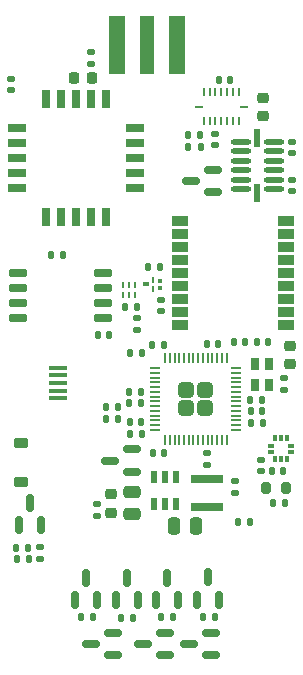
<source format=gbr>
%TF.GenerationSoftware,KiCad,Pcbnew,8.0.0*%
%TF.CreationDate,2024-03-22T17:22:37-07:00*%
%TF.ProjectId,lyrav3r1,6c797261-7633-4723-912e-6b696361645f,rev?*%
%TF.SameCoordinates,Original*%
%TF.FileFunction,Paste,Bot*%
%TF.FilePolarity,Positive*%
%FSLAX46Y46*%
G04 Gerber Fmt 4.6, Leading zero omitted, Abs format (unit mm)*
G04 Created by KiCad (PCBNEW 8.0.0) date 2024-03-22 17:22:37*
%MOMM*%
%LPD*%
G01*
G04 APERTURE LIST*
G04 Aperture macros list*
%AMRoundRect*
0 Rectangle with rounded corners*
0 $1 Rounding radius*
0 $2 $3 $4 $5 $6 $7 $8 $9 X,Y pos of 4 corners*
0 Add a 4 corners polygon primitive as box body*
4,1,4,$2,$3,$4,$5,$6,$7,$8,$9,$2,$3,0*
0 Add four circle primitives for the rounded corners*
1,1,$1+$1,$2,$3*
1,1,$1+$1,$4,$5*
1,1,$1+$1,$6,$7*
1,1,$1+$1,$8,$9*
0 Add four rect primitives between the rounded corners*
20,1,$1+$1,$2,$3,$4,$5,0*
20,1,$1+$1,$4,$5,$6,$7,0*
20,1,$1+$1,$6,$7,$8,$9,0*
20,1,$1+$1,$8,$9,$2,$3,0*%
G04 Aperture macros list end*
%ADD10R,1.200000X5.000000*%
%ADD11R,1.400000X5.000000*%
%ADD12RoundRect,0.135000X0.135000X0.185000X-0.135000X0.185000X-0.135000X-0.185000X0.135000X-0.185000X0*%
%ADD13RoundRect,0.140000X-0.170000X0.140000X-0.170000X-0.140000X0.170000X-0.140000X0.170000X0.140000X0*%
%ADD14RoundRect,0.225000X-0.225000X-0.250000X0.225000X-0.250000X0.225000X0.250000X-0.225000X0.250000X0*%
%ADD15RoundRect,0.140000X0.170000X-0.140000X0.170000X0.140000X-0.170000X0.140000X-0.170000X-0.140000X0*%
%ADD16RoundRect,0.140000X0.140000X0.170000X-0.140000X0.170000X-0.140000X-0.170000X0.140000X-0.170000X0*%
%ADD17RoundRect,0.135000X-0.135000X-0.185000X0.135000X-0.185000X0.135000X0.185000X-0.135000X0.185000X0*%
%ADD18RoundRect,0.140000X-0.140000X-0.170000X0.140000X-0.170000X0.140000X0.170000X-0.140000X0.170000X0*%
%ADD19RoundRect,0.150000X0.587500X0.150000X-0.587500X0.150000X-0.587500X-0.150000X0.587500X-0.150000X0*%
%ADD20RoundRect,0.225000X-0.250000X0.225000X-0.250000X-0.225000X0.250000X-0.225000X0.250000X0.225000X0*%
%ADD21RoundRect,0.225000X0.375000X-0.225000X0.375000X0.225000X-0.375000X0.225000X-0.375000X-0.225000X0*%
%ADD22RoundRect,0.147500X-0.147500X-0.172500X0.147500X-0.172500X0.147500X0.172500X-0.147500X0.172500X0*%
%ADD23RoundRect,0.135000X-0.185000X0.135000X-0.185000X-0.135000X0.185000X-0.135000X0.185000X0.135000X0*%
%ADD24RoundRect,0.250000X0.250000X0.475000X-0.250000X0.475000X-0.250000X-0.475000X0.250000X-0.475000X0*%
%ADD25RoundRect,0.150000X0.150000X-0.587500X0.150000X0.587500X-0.150000X0.587500X-0.150000X-0.587500X0*%
%ADD26R,0.500000X0.300000*%
%ADD27R,0.300000X0.500000*%
%ADD28RoundRect,0.150000X-0.650000X-0.150000X0.650000X-0.150000X0.650000X0.150000X-0.650000X0.150000X0*%
%ADD29R,0.800000X1.500000*%
%ADD30R,1.500000X0.800000*%
%ADD31R,0.800000X1.000000*%
%ADD32RoundRect,0.249999X-0.395001X0.395001X-0.395001X-0.395001X0.395001X-0.395001X0.395001X0.395001X0*%
%ADD33RoundRect,0.050000X-0.050000X0.387500X-0.050000X-0.387500X0.050000X-0.387500X0.050000X0.387500X0*%
%ADD34RoundRect,0.050000X-0.387500X0.050000X-0.387500X-0.050000X0.387500X-0.050000X0.387500X0.050000X0*%
%ADD35RoundRect,0.200000X-0.200000X-0.275000X0.200000X-0.275000X0.200000X0.275000X-0.200000X0.275000X0*%
%ADD36R,2.700000X0.800000*%
%ADD37R,0.530000X1.070000*%
%ADD38RoundRect,0.147500X0.147500X0.172500X-0.147500X0.172500X-0.147500X-0.172500X0.147500X-0.172500X0*%
%ADD39R,0.250000X0.800000*%
%ADD40R,0.800000X0.250000*%
%ADD41RoundRect,0.250000X-0.475000X0.250000X-0.475000X-0.250000X0.475000X-0.250000X0.475000X0.250000X0*%
%ADD42R,0.280000X0.580000*%
%ADD43R,1.600000X0.400000*%
%ADD44O,1.770000X0.450000*%
%ADD45R,0.600000X1.550000*%
%ADD46R,0.500000X0.320000*%
%ADD47R,0.250000X0.520000*%
%ADD48R,0.420000X0.320000*%
%ADD49R,1.450000X0.850000*%
G04 APERTURE END LIST*
D10*
%TO.C,AE3*%
X12150000Y52365000D03*
D11*
X14700000Y52365000D03*
X9600000Y52365000D03*
%TD*%
D12*
%TO.C,R2*%
X2076000Y9805000D03*
X1056000Y9805000D03*
%TD*%
D13*
%TO.C,C29*%
X7385200Y51737800D03*
X7385200Y50777800D03*
%TD*%
D14*
%TO.C,C11*%
X5908800Y49581400D03*
X7458800Y49581400D03*
%TD*%
D15*
%TO.C,C10*%
X600800Y48542600D03*
X600800Y49502600D03*
%TD*%
D13*
%TO.C,C8*%
X7862600Y13485400D03*
X7862600Y12525400D03*
%TD*%
D12*
%TO.C,R18*%
X9672600Y20727000D03*
X8652600Y20727000D03*
%TD*%
D16*
%TO.C,C3*%
X2096800Y8814400D03*
X1136800Y8814400D03*
%TD*%
%TO.C,C18*%
X11647200Y20422200D03*
X10687200Y20422200D03*
%TD*%
D12*
%TO.C,R28*%
X11679200Y26289600D03*
X10659200Y26289600D03*
%TD*%
%TO.C,R13*%
X16653600Y44704600D03*
X15633600Y44704600D03*
%TD*%
D17*
%TO.C,R3*%
X19854000Y11989400D03*
X20874000Y11989400D03*
%TD*%
D18*
%TO.C,C24*%
X17217600Y27026200D03*
X18177600Y27026200D03*
%TD*%
D13*
%TO.C,C1*%
X17923600Y44829000D03*
X17923600Y43869000D03*
%TD*%
D18*
%TO.C,C12*%
X22701400Y16332800D03*
X23661400Y16332800D03*
%TD*%
D17*
%TO.C,R15*%
X8678000Y21717600D03*
X9698000Y21717600D03*
%TD*%
D12*
%TO.C,R16*%
X16655600Y43688600D03*
X15635600Y43688600D03*
%TD*%
D18*
%TO.C,C28*%
X12239200Y33528600D03*
X13199200Y33528600D03*
%TD*%
%TO.C,C21*%
X20875200Y22301800D03*
X21835200Y22301800D03*
%TD*%
D12*
%TO.C,R1*%
X21936800Y20371400D03*
X20916800Y20371400D03*
%TD*%
D13*
%TO.C,C4*%
X21759000Y17247200D03*
X21759000Y16287200D03*
%TD*%
D16*
%TO.C,C14*%
X20463600Y27204000D03*
X19503600Y27204000D03*
%TD*%
%TO.C,C17*%
X11599000Y22987600D03*
X10639000Y22987600D03*
%TD*%
%TO.C,C2*%
X19165600Y49378200D03*
X18205600Y49378200D03*
%TD*%
D18*
%TO.C,C16*%
X20898000Y21336600D03*
X21858000Y21336600D03*
%TD*%
D19*
%TO.C,Q11*%
X17743500Y41800000D03*
X17743500Y39900000D03*
X15868500Y40850000D03*
%TD*%
D20*
%TO.C,C34*%
X24210400Y26912200D03*
X24210400Y25362200D03*
%TD*%
%TO.C,C7*%
X9097400Y14313800D03*
X9097400Y12763800D03*
%TD*%
D13*
%TO.C,C13*%
X23737600Y24153400D03*
X23737600Y23193400D03*
%TD*%
D21*
%TO.C,D1*%
X1422500Y15397500D03*
X1422500Y18697500D03*
%TD*%
D16*
%TO.C,C25*%
X13529400Y27000800D03*
X12569400Y27000800D03*
%TD*%
%TO.C,C19*%
X11675200Y19457000D03*
X10715200Y19457000D03*
%TD*%
D13*
%TO.C,C50*%
X24426000Y44168600D03*
X24426000Y43208600D03*
%TD*%
D16*
%TO.C,C26*%
X11596400Y22022400D03*
X10636400Y22022400D03*
%TD*%
D15*
%TO.C,C32*%
X24426000Y40008200D03*
X24426000Y40968200D03*
%TD*%
D20*
%TO.C,C20*%
X21965200Y47867200D03*
X21965200Y46317200D03*
%TD*%
D13*
%TO.C,C22*%
X17237800Y17803400D03*
X17237800Y16843400D03*
%TD*%
D22*
%TO.C,L1*%
X21401000Y27178600D03*
X22371000Y27178600D03*
%TD*%
D16*
%TO.C,C27*%
X8904000Y27788200D03*
X7944000Y27788200D03*
%TD*%
D12*
%TO.C,R14*%
X5022400Y34570000D03*
X4002400Y34570000D03*
%TD*%
D23*
%TO.C,R4*%
X3090000Y9832400D03*
X3090000Y8812400D03*
%TD*%
D24*
%TO.C,C9*%
X16282800Y11633800D03*
X14382800Y11633800D03*
%TD*%
D25*
%TO.C,Q4*%
X18238600Y5406200D03*
X16338600Y5406200D03*
X17288600Y7281200D03*
%TD*%
D19*
%TO.C,Q1*%
X10834700Y18121000D03*
X10834700Y16221000D03*
X8959700Y17171000D03*
%TD*%
D25*
%TO.C,Q9*%
X7928400Y5385400D03*
X6028400Y5385400D03*
X6978400Y7260400D03*
%TD*%
D26*
%TO.C,U3*%
X22590800Y17937000D03*
X22590800Y18437000D03*
D27*
X22960800Y19057000D03*
X23460800Y19057000D03*
X23960800Y19057000D03*
D26*
X24330800Y18437000D03*
X24330800Y17937000D03*
D27*
X23960800Y17317000D03*
X23460800Y17317000D03*
X22960800Y17317000D03*
%TD*%
D28*
%TO.C,U9*%
X1217200Y29236000D03*
X1217200Y30506000D03*
X1217200Y31776000D03*
X1217200Y33046000D03*
X8417200Y33046000D03*
X8417200Y31776000D03*
X8417200Y30506000D03*
X8417200Y29236000D03*
%TD*%
D19*
%TO.C,Q3*%
X13643900Y2585700D03*
X13643900Y685700D03*
X11768900Y1635700D03*
%TD*%
D15*
%TO.C,C6*%
X19600000Y14455800D03*
X19600000Y15415800D03*
%TD*%
D13*
%TO.C,C33*%
X13351600Y30808200D03*
X13351600Y29848200D03*
%TD*%
D29*
%TO.C,U1*%
X3547200Y47803400D03*
X4817200Y47803400D03*
X6087200Y47803400D03*
X7357200Y47803400D03*
X8627200Y47803400D03*
D30*
X11087200Y45343400D03*
X11087200Y44073400D03*
X11087200Y42803400D03*
X11087200Y41533400D03*
X11087200Y40263400D03*
D29*
X8627200Y37803400D03*
X7357200Y37803400D03*
X6087200Y37803400D03*
X4817200Y37803400D03*
X3547200Y37803400D03*
D30*
X1087200Y40263400D03*
X1087200Y41533400D03*
X1087200Y42803400D03*
X1087200Y44073400D03*
X1087200Y45343400D03*
%TD*%
D25*
%TO.C,Q5*%
X11370400Y5385400D03*
X9470400Y5385400D03*
X10420400Y7260400D03*
%TD*%
D17*
%TO.C,R17*%
X16844600Y3933000D03*
X17864600Y3933000D03*
%TD*%
D16*
%TO.C,C23*%
X13577600Y17780600D03*
X12617600Y17780600D03*
%TD*%
D31*
%TO.C,X2*%
X22435200Y25386200D03*
X22435200Y23586200D03*
X21235200Y23586200D03*
X21235200Y25386200D03*
%TD*%
D15*
%TO.C,C15*%
X11268800Y28273400D03*
X11268800Y29233400D03*
%TD*%
D32*
%TO.C,U8*%
X17060000Y23190600D03*
X15460000Y23190600D03*
X17060000Y21590600D03*
X15460000Y21590600D03*
D33*
X13660000Y25828100D03*
X14060000Y25828100D03*
X14460000Y25828100D03*
X14860000Y25828100D03*
X15260000Y25828100D03*
X15660000Y25828100D03*
X16060000Y25828100D03*
X16460000Y25828100D03*
X16860000Y25828100D03*
X17260000Y25828100D03*
X17660000Y25828100D03*
X18060000Y25828100D03*
X18460000Y25828100D03*
X18860000Y25828100D03*
D34*
X19697500Y24990600D03*
X19697500Y24590600D03*
X19697500Y24190600D03*
X19697500Y23790600D03*
X19697500Y23390600D03*
X19697500Y22990600D03*
X19697500Y22590600D03*
X19697500Y22190600D03*
X19697500Y21790600D03*
X19697500Y21390600D03*
X19697500Y20990600D03*
X19697500Y20590600D03*
X19697500Y20190600D03*
X19697500Y19790600D03*
D33*
X18860000Y18953100D03*
X18460000Y18953100D03*
X18060000Y18953100D03*
X17660000Y18953100D03*
X17260000Y18953100D03*
X16860000Y18953100D03*
X16460000Y18953100D03*
X16060000Y18953100D03*
X15660000Y18953100D03*
X15260000Y18953100D03*
X14860000Y18953100D03*
X14460000Y18953100D03*
X14060000Y18953100D03*
X13660000Y18953100D03*
D34*
X12822500Y19790600D03*
X12822500Y20190600D03*
X12822500Y20590600D03*
X12822500Y20990600D03*
X12822500Y21390600D03*
X12822500Y21790600D03*
X12822500Y22190600D03*
X12822500Y22590600D03*
X12822500Y22990600D03*
X12822500Y23390600D03*
X12822500Y23790600D03*
X12822500Y24190600D03*
X12822500Y24590600D03*
X12822500Y24990600D03*
%TD*%
D35*
%TO.C,R7*%
X22229400Y14859600D03*
X23879400Y14859600D03*
%TD*%
D36*
%TO.C,L2*%
X17212400Y15577800D03*
X17212400Y13277800D03*
%TD*%
D37*
%TO.C,U10*%
X14606400Y13481000D03*
X13656400Y13481000D03*
X12706400Y13481000D03*
X12706400Y15781000D03*
X13656400Y15781000D03*
X14606400Y15781000D03*
%TD*%
D17*
%TO.C,R10*%
X13339400Y3907600D03*
X14359400Y3907600D03*
%TD*%
D25*
%TO.C,Q8*%
X3156800Y11736800D03*
X1256800Y11736800D03*
X2206800Y13611800D03*
%TD*%
%TO.C,Q2*%
X14762700Y5383100D03*
X12862700Y5383100D03*
X13812700Y7258100D03*
%TD*%
D38*
%TO.C,L4*%
X11245800Y30175800D03*
X10275800Y30175800D03*
%TD*%
D39*
%TO.C,U2*%
X19920900Y48343700D03*
X19420900Y48343700D03*
X18920900Y48343700D03*
X18420900Y48343700D03*
X17920900Y48343700D03*
X17420900Y48343700D03*
X16920900Y48343700D03*
D40*
X16510900Y47143700D03*
D39*
X16920900Y45943700D03*
X17420900Y45943700D03*
X17920900Y45943700D03*
X18420900Y45943700D03*
X18920900Y45943700D03*
X19420900Y45943700D03*
X19920900Y45943700D03*
D40*
X20330900Y47143700D03*
%TD*%
D41*
%TO.C,C5*%
X10862400Y14514200D03*
X10862400Y12614200D03*
%TD*%
D17*
%TO.C,R12*%
X6506800Y3907600D03*
X7526800Y3907600D03*
%TD*%
D42*
%TO.C,U7*%
X11116400Y31215400D03*
X10616400Y31215400D03*
X10116400Y31215400D03*
X10116400Y32055400D03*
X10616400Y32055400D03*
X11116400Y32055400D03*
%TD*%
D12*
%TO.C,R8*%
X23793000Y13589600D03*
X22773000Y13589600D03*
%TD*%
D43*
%TO.C,J7*%
X4578900Y22449600D03*
X4578900Y23099600D03*
X4578900Y23749600D03*
X4578900Y24399600D03*
X4588900Y25049600D03*
%TD*%
D44*
%TO.C,U5*%
X22889600Y44164600D03*
X22889600Y43364600D03*
X22889600Y42564600D03*
X22889600Y41764600D03*
X22889600Y40964600D03*
X22889600Y40164600D03*
D45*
X21479600Y39864600D03*
D44*
X20069600Y40164600D03*
X20069600Y40964600D03*
X20069600Y41764600D03*
X20069600Y42564600D03*
X20069600Y43364600D03*
X20069600Y44164600D03*
D45*
X21479600Y44464600D03*
%TD*%
D46*
%TO.C,FL1*%
X12030800Y32101700D03*
D47*
X12620800Y32491700D03*
D48*
X13210800Y32391700D03*
X13210800Y31811700D03*
D47*
X12620800Y31711700D03*
%TD*%
D19*
%TO.C,Q10*%
X9275100Y2611100D03*
X9275100Y711100D03*
X7400100Y1661100D03*
%TD*%
D49*
%TO.C,IC1*%
X23900000Y37425000D03*
X23900000Y36325000D03*
X23900000Y35225000D03*
X23900000Y34125000D03*
X23900000Y33025000D03*
X23900000Y31925000D03*
X23900000Y30825000D03*
X23900000Y29725000D03*
X23900000Y28625000D03*
X14900000Y28625000D03*
X14900000Y29725000D03*
X14900000Y30825000D03*
X14900000Y31925000D03*
X14900000Y33025000D03*
X14900000Y34125000D03*
X14900000Y35225000D03*
X14900000Y36325000D03*
X14900000Y37425000D03*
%TD*%
D17*
%TO.C,R11*%
X9935800Y3882200D03*
X10955800Y3882200D03*
%TD*%
D19*
%TO.C,Q7*%
X17514900Y2604400D03*
X17514900Y704400D03*
X15639900Y1654400D03*
%TD*%
M02*

</source>
